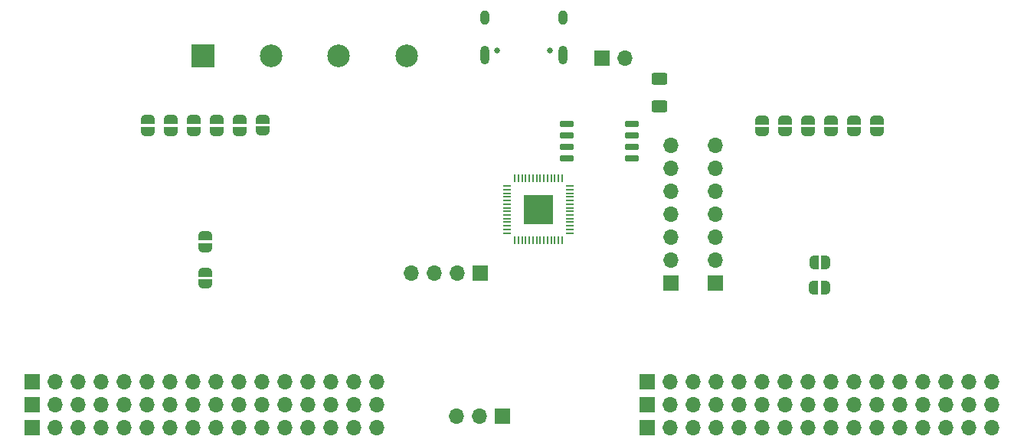
<source format=gbr>
%TF.GenerationSoftware,KiCad,Pcbnew,9.0.0*%
%TF.CreationDate,2025-03-06T16:27:56+01:00*%
%TF.ProjectId,mcuDevBoard,6d637544-6576-4426-9f61-72642e6b6963,rev?*%
%TF.SameCoordinates,Original*%
%TF.FileFunction,Soldermask,Bot*%
%TF.FilePolarity,Negative*%
%FSLAX46Y46*%
G04 Gerber Fmt 4.6, Leading zero omitted, Abs format (unit mm)*
G04 Created by KiCad (PCBNEW 9.0.0) date 2025-03-06 16:27:56*
%MOMM*%
%LPD*%
G01*
G04 APERTURE LIST*
G04 Aperture macros list*
%AMRoundRect*
0 Rectangle with rounded corners*
0 $1 Rounding radius*
0 $2 $3 $4 $5 $6 $7 $8 $9 X,Y pos of 4 corners*
0 Add a 4 corners polygon primitive as box body*
4,1,4,$2,$3,$4,$5,$6,$7,$8,$9,$2,$3,0*
0 Add four circle primitives for the rounded corners*
1,1,$1+$1,$2,$3*
1,1,$1+$1,$4,$5*
1,1,$1+$1,$6,$7*
1,1,$1+$1,$8,$9*
0 Add four rect primitives between the rounded corners*
20,1,$1+$1,$2,$3,$4,$5,0*
20,1,$1+$1,$4,$5,$6,$7,0*
20,1,$1+$1,$6,$7,$8,$9,0*
20,1,$1+$1,$8,$9,$2,$3,0*%
%AMFreePoly0*
4,1,23,0.500000,-0.750000,0.000000,-0.750000,0.000000,-0.745722,-0.065263,-0.745722,-0.191342,-0.711940,-0.304381,-0.646677,-0.396677,-0.554381,-0.461940,-0.441342,-0.495722,-0.315263,-0.495722,-0.250000,-0.500000,-0.250000,-0.500000,0.250000,-0.495722,0.250000,-0.495722,0.315263,-0.461940,0.441342,-0.396677,0.554381,-0.304381,0.646677,-0.191342,0.711940,-0.065263,0.745722,0.000000,0.745722,
0.000000,0.750000,0.500000,0.750000,0.500000,-0.750000,0.500000,-0.750000,$1*%
%AMFreePoly1*
4,1,23,0.000000,0.745722,0.065263,0.745722,0.191342,0.711940,0.304381,0.646677,0.396677,0.554381,0.461940,0.441342,0.495722,0.315263,0.495722,0.250000,0.500000,0.250000,0.500000,-0.250000,0.495722,-0.250000,0.495722,-0.315263,0.461940,-0.441342,0.396677,-0.554381,0.304381,-0.646677,0.191342,-0.711940,0.065263,-0.745722,0.000000,-0.745722,0.000000,-0.750000,-0.500000,-0.750000,
-0.500000,0.750000,0.000000,0.750000,0.000000,0.745722,0.000000,0.745722,$1*%
G04 Aperture macros list end*
%ADD10R,1.700000X1.700000*%
%ADD11O,1.700000X1.700000*%
%ADD12C,0.650000*%
%ADD13O,1.000000X2.100000*%
%ADD14O,1.000000X1.600000*%
%ADD15R,2.500000X2.500000*%
%ADD16C,2.500000*%
%ADD17FreePoly0,90.000000*%
%ADD18FreePoly1,90.000000*%
%ADD19RoundRect,0.150000X0.650000X0.150000X-0.650000X0.150000X-0.650000X-0.150000X0.650000X-0.150000X0*%
%ADD20FreePoly0,180.000000*%
%ADD21FreePoly1,180.000000*%
%ADD22RoundRect,0.250000X0.625000X-0.400000X0.625000X0.400000X-0.625000X0.400000X-0.625000X-0.400000X0*%
%ADD23RoundRect,0.050000X0.387500X0.050000X-0.387500X0.050000X-0.387500X-0.050000X0.387500X-0.050000X0*%
%ADD24RoundRect,0.050000X0.050000X0.387500X-0.050000X0.387500X-0.050000X-0.387500X0.050000X-0.387500X0*%
%ADD25R,3.200000X3.200000*%
%ADD26FreePoly0,270.000000*%
%ADD27FreePoly1,270.000000*%
G04 APERTURE END LIST*
D10*
%TO.C,J1*%
X131064000Y-74676000D03*
D11*
X133604000Y-74676000D03*
%TD*%
D10*
%TO.C,J15*%
X120100000Y-114300000D03*
D11*
X117560000Y-114300000D03*
X115020000Y-114300000D03*
%TD*%
D10*
%TO.C,J5*%
X136118600Y-113030000D03*
D11*
X138658600Y-113030000D03*
X141198600Y-113030000D03*
X143738600Y-113030000D03*
X146278600Y-113030000D03*
X148818600Y-113030000D03*
X151358600Y-113030000D03*
X153898600Y-113030000D03*
X156438600Y-113030000D03*
X158978600Y-113030000D03*
X161518600Y-113030000D03*
X164058600Y-113030000D03*
X166598600Y-113030000D03*
X169138600Y-113030000D03*
X171678600Y-113030000D03*
X174218600Y-113030000D03*
%TD*%
D12*
%TO.C,J3*%
X125320000Y-73840000D03*
X119540000Y-73840000D03*
D13*
X126750000Y-74370000D03*
D14*
X126750000Y-70190000D03*
D13*
X118110000Y-74370000D03*
D14*
X118110000Y-70190000D03*
%TD*%
D10*
%TO.C,J9*%
X68097400Y-113030000D03*
D11*
X70637400Y-113030000D03*
X73177400Y-113030000D03*
X75717400Y-113030000D03*
X78257400Y-113030000D03*
X80797400Y-113030000D03*
X83337400Y-113030000D03*
X85877400Y-113030000D03*
X88417400Y-113030000D03*
X90957400Y-113030000D03*
X93497400Y-113030000D03*
X96037400Y-113030000D03*
X98577400Y-113030000D03*
X101117400Y-113030000D03*
X103657400Y-113030000D03*
X106197400Y-113030000D03*
%TD*%
D10*
%TO.C,J4*%
X136118600Y-115570000D03*
D11*
X138658600Y-115570000D03*
X141198600Y-115570000D03*
X143738600Y-115570000D03*
X146278600Y-115570000D03*
X148818600Y-115570000D03*
X151358600Y-115570000D03*
X153898600Y-115570000D03*
X156438600Y-115570000D03*
X158978600Y-115570000D03*
X161518600Y-115570000D03*
X164058600Y-115570000D03*
X166598600Y-115570000D03*
X169138600Y-115570000D03*
X171678600Y-115570000D03*
X174218600Y-115570000D03*
%TD*%
D10*
%TO.C,J13*%
X143600000Y-99568000D03*
D11*
X143600000Y-97028000D03*
X143600000Y-94488000D03*
X143600000Y-91948000D03*
X143600000Y-89408000D03*
X143600000Y-86868000D03*
X143600000Y-84328000D03*
%TD*%
D10*
%TO.C,J12*%
X138684000Y-99568000D03*
D11*
X138684000Y-97028000D03*
X138684000Y-94488000D03*
X138684000Y-91948000D03*
X138684000Y-89408000D03*
X138684000Y-86868000D03*
X138684000Y-84328000D03*
%TD*%
D10*
%TO.C,J7*%
X68097400Y-110490000D03*
D11*
X70637400Y-110490000D03*
X73177400Y-110490000D03*
X75717400Y-110490000D03*
X78257400Y-110490000D03*
X80797400Y-110490000D03*
X83337400Y-110490000D03*
X85877400Y-110490000D03*
X88417400Y-110490000D03*
X90957400Y-110490000D03*
X93497400Y-110490000D03*
X96037400Y-110490000D03*
X98577400Y-110490000D03*
X101117400Y-110490000D03*
X103657400Y-110490000D03*
X106197400Y-110490000D03*
%TD*%
D10*
%TO.C,J10*%
X117600000Y-98500000D03*
D11*
X115060000Y-98500000D03*
X112520000Y-98500000D03*
X109980000Y-98500000D03*
%TD*%
D10*
%TO.C,J2*%
X136118600Y-110490000D03*
D11*
X138658600Y-110490000D03*
X141198600Y-110490000D03*
X143738600Y-110490000D03*
X146278600Y-110490000D03*
X148818600Y-110490000D03*
X151358600Y-110490000D03*
X153898600Y-110490000D03*
X156438600Y-110490000D03*
X158978600Y-110490000D03*
X161518600Y-110490000D03*
X164058600Y-110490000D03*
X166598600Y-110490000D03*
X169138600Y-110490000D03*
X171678600Y-110490000D03*
X174218600Y-110490000D03*
%TD*%
D10*
%TO.C,J8*%
X68097400Y-115570000D03*
D11*
X70637400Y-115570000D03*
X73177400Y-115570000D03*
X75717400Y-115570000D03*
X78257400Y-115570000D03*
X80797400Y-115570000D03*
X83337400Y-115570000D03*
X85877400Y-115570000D03*
X88417400Y-115570000D03*
X90957400Y-115570000D03*
X93497400Y-115570000D03*
X96037400Y-115570000D03*
X98577400Y-115570000D03*
X101117400Y-115570000D03*
X103657400Y-115570000D03*
X106197400Y-115570000D03*
%TD*%
D15*
%TO.C,J6*%
X87000000Y-74450000D03*
D16*
X94500000Y-74450000D03*
X102000000Y-74450000D03*
X109500000Y-74450000D03*
%TD*%
D17*
%TO.C,JP12*%
X161518600Y-82829400D03*
D18*
X161518600Y-81529400D03*
%TD*%
D19*
%TO.C,U5*%
X134410000Y-81990000D03*
X134410000Y-83260000D03*
X134410000Y-84530000D03*
X134410000Y-85800000D03*
X127210000Y-85800000D03*
X127210000Y-84530000D03*
X127210000Y-83260000D03*
X127210000Y-81990000D03*
%TD*%
D17*
%TO.C,JP4*%
X91023400Y-82770200D03*
D18*
X91023400Y-81470200D03*
%TD*%
D17*
%TO.C,JP11*%
X93563400Y-82740200D03*
D18*
X93563400Y-81440200D03*
%TD*%
D17*
%TO.C,JP2*%
X156438600Y-82829400D03*
D18*
X156438600Y-81529400D03*
%TD*%
D17*
%TO.C,JP13*%
X87200000Y-95650000D03*
D18*
X87200000Y-94350000D03*
%TD*%
D20*
%TO.C,JP14*%
X155818600Y-97300000D03*
D21*
X154518600Y-97300000D03*
%TD*%
D17*
%TO.C,JP9*%
X80863400Y-82770200D03*
D18*
X80863400Y-81470200D03*
%TD*%
D17*
%TO.C,JP1*%
X158978600Y-82829400D03*
D18*
X158978600Y-81529400D03*
%TD*%
D17*
%TO.C,JP6*%
X153898600Y-82829400D03*
D18*
X153898600Y-81529400D03*
%TD*%
D17*
%TO.C,JP3*%
X88483400Y-82770200D03*
D18*
X88483400Y-81470200D03*
%TD*%
D17*
%TO.C,JP7*%
X83403400Y-82770200D03*
D18*
X83403400Y-81470200D03*
%TD*%
D20*
%TO.C,JP18*%
X155800000Y-100100000D03*
D21*
X154500000Y-100100000D03*
%TD*%
D17*
%TO.C,JP5*%
X85943400Y-82770200D03*
D18*
X85943400Y-81470200D03*
%TD*%
D22*
%TO.C,R32*%
X137414000Y-80036000D03*
X137414000Y-76936000D03*
%TD*%
D17*
%TO.C,JP8*%
X151358600Y-82829400D03*
D18*
X151358600Y-81529400D03*
%TD*%
D23*
%TO.C,U1*%
X127508000Y-88824000D03*
X127508000Y-89224000D03*
X127508000Y-89624000D03*
X127508000Y-90024000D03*
X127508000Y-90424000D03*
X127508000Y-90824000D03*
X127508000Y-91224000D03*
X127508000Y-91624000D03*
X127508000Y-92024000D03*
X127508000Y-92424000D03*
X127508000Y-92824000D03*
X127508000Y-93224000D03*
X127508000Y-93624000D03*
X127508000Y-94024000D03*
D24*
X126670500Y-94861500D03*
X126270500Y-94861500D03*
X125870500Y-94861500D03*
X125470500Y-94861500D03*
X125070500Y-94861500D03*
X124670500Y-94861500D03*
X124270500Y-94861500D03*
X123870500Y-94861500D03*
X123470500Y-94861500D03*
X123070500Y-94861500D03*
X122670500Y-94861500D03*
X122270500Y-94861500D03*
X121870500Y-94861500D03*
X121470500Y-94861500D03*
D23*
X120633000Y-94024000D03*
X120633000Y-93624000D03*
X120633000Y-93224000D03*
X120633000Y-92824000D03*
X120633000Y-92424000D03*
X120633000Y-92024000D03*
X120633000Y-91624000D03*
X120633000Y-91224000D03*
X120633000Y-90824000D03*
X120633000Y-90424000D03*
X120633000Y-90024000D03*
X120633000Y-89624000D03*
X120633000Y-89224000D03*
X120633000Y-88824000D03*
D24*
X121470500Y-87986500D03*
X121870500Y-87986500D03*
X122270500Y-87986500D03*
X122670500Y-87986500D03*
X123070500Y-87986500D03*
X123470500Y-87986500D03*
X123870500Y-87986500D03*
X124270500Y-87986500D03*
X124670500Y-87986500D03*
X125070500Y-87986500D03*
X125470500Y-87986500D03*
X125870500Y-87986500D03*
X126270500Y-87986500D03*
X126670500Y-87986500D03*
D25*
X124070500Y-91424000D03*
%TD*%
D26*
%TO.C,JP17*%
X87265900Y-98350000D03*
D27*
X87265900Y-99650000D03*
%TD*%
D17*
%TO.C,JP10*%
X148818600Y-82829400D03*
D18*
X148818600Y-81529400D03*
%TD*%
M02*

</source>
